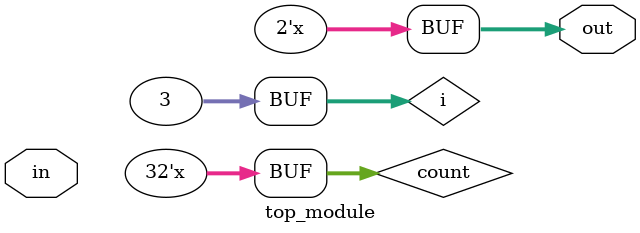
<source format=v>
module top_module( 
    input [2:0] in,
    output [1:0] out ); integer count,i; 
    initial count = 0;
    always @* begin
        
        for (i=0;i<3;i=i+1) 
            if (in[i]) count = count+1;
    end
    assign out = count;
endmodule
</source>
